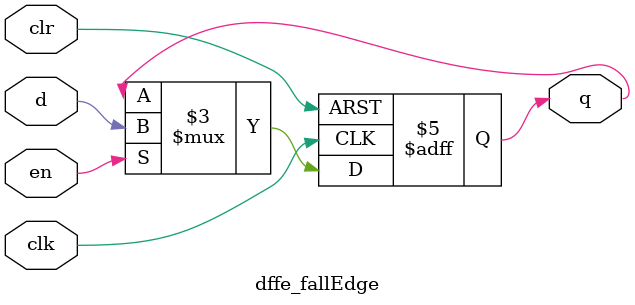
<source format=v>
module dffe_fallEdge (q, d, clk, en, clr);
   
   //Inputs
   input d, clk, en, clr;
   
   //Internal wire
   wire clr;

   //Output
   output q;
   
   //Register
   reg q;

   //Intialize q to 0
   initial
   begin
       q = 1'b0;
   end

   //Set value of q on positive edge of the clock or clear
   always @(negedge clk or posedge clr) begin
       //If clear is high, set q to 0
       if (clr) begin
           q <= 1'b0;
       //If enable is high, set q to the value of d
       end else if (en) begin
           q <= d;
       end
   end
endmodule
</source>
